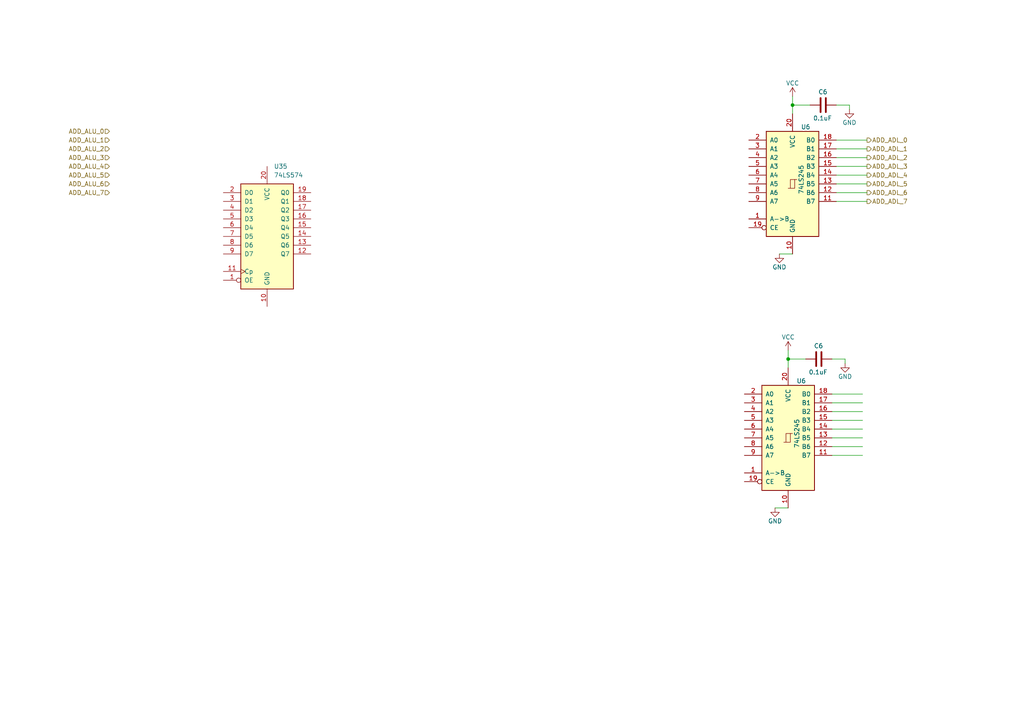
<source format=kicad_sch>
(kicad_sch (version 20230121) (generator eeschema)
  (paper "A4")
  (title_block (title "PRP-6502 -- Adde Hold Register (ADD)") (date "2023-07-02"))
  (lib_symbols
    (symbol "74xx:74LS245" (pin_names (offset 1.016))
      (property "Reference" "U" (at -7.62 16.51 0))
      (property "Value" "74LS245" (at -7.62 -16.51 0))
      (symbol "74LS245_1_0"
        (polyline (pts (xy -0.635 -1.27) (xy -0.635 1.27) (xy 0.635 1.27)))
        (polyline (pts (xy -1.27 -1.27) (xy 0.635 -1.27) (xy 0.635 1.27) (xy 1.27 1.27)))
        (pin input line (at -12.7 -10.16 0) (length 5.08) (name "A->B") (number "1"))
        (pin power_in line (at 0 -20.32 90) (length 5.08) (name "GND") (number "10"))
        (pin tri_state line (at 12.7 -5.08 180) (length 5.08) (name "B7") (number "11"))
        (pin tri_state line (at 12.7 -2.54 180) (length 5.08) (name "B6") (number "12"))
        (pin tri_state line (at 12.7 0 180) (length 5.08) (name "B5") (number "13"))
        (pin tri_state line (at 12.7 2.54 180) (length 5.08) (name "B4") (number "14"))
        (pin tri_state line (at 12.7 5.08 180) (length 5.08) (name "B3") (number "15"))
        (pin tri_state line (at 12.7 7.62 180) (length 5.08) (name "B2") (number "16"))
        (pin tri_state line (at 12.7 10.16 180) (length 5.08) (name "B1") (number "17"))
        (pin tri_state line (at 12.7 12.7 180) (length 5.08) (name "B0") (number "18"))
        (pin input inverted (at -12.7 -12.7 0) (length 5.08) (name "CE") (number "19"))
        (pin tri_state line (at -12.7 12.7 0) (length 5.08) (name "A0") (number "2"))
        (pin power_in line (at 0 20.32 270) (length 5.08) (name "VCC") (number "20"))
        (pin tri_state line (at -12.7 10.16 0) (length 5.08) (name "A1") (number "3"))
        (pin tri_state line (at -12.7 7.62 0) (length 5.08) (name "A2") (number "4"))
        (pin tri_state line (at -12.7 5.08 0) (length 5.08) (name "A3") (number "5"))
        (pin tri_state line (at -12.7 2.54 0) (length 5.08) (name "A4") (number "6"))
        (pin tri_state line (at -12.7 0 0) (length 5.08) (name "A5") (number "7"))
        (pin tri_state line (at -12.7 -2.54 0) (length 5.08) (name "A6") (number "8"))
        (pin tri_state line (at -12.7 -5.08 0) (length 5.08) (name "A7") (number "9"))
      )
      (symbol "74LS245_1_1"
        (rectangle (start -7.62 15.24) (end 7.62 -15.24) (stroke (width 0.254)) (fill (type background)))
      )
    )
    (symbol "74xx:74LS574" (pin_names (offset 1.016))
      (property "Reference" "U" (at -7.62 16.51 0))
      (property "Value" "74LS574" (at -7.62 -16.51 0))
      (symbol "74LS574_1_0"
        (pin input inverted (at -12.7 -12.7 0) (length 5.08) (name "OE") (number "1"))
        (pin power_in line (at 0 -20.32 90) (length 5.08) (name "GND") (number "10"))
        (pin input clock (at -12.7 -10.16 0) (length 5.08) (name "Cp") (number "11"))
        (pin tri_state line (at 12.7 -5.08 180) (length 5.08) (name "Q7") (number "12"))
        (pin tri_state line (at 12.7 -2.54 180) (length 5.08) (name "Q6") (number "13"))
        (pin tri_state line (at 12.7 0 180) (length 5.08) (name "Q5") (number "14"))
        (pin tri_state line (at 12.7 2.54 180) (length 5.08) (name "Q4") (number "15"))
        (pin tri_state line (at 12.7 5.08 180) (length 5.08) (name "Q3") (number "16"))
        (pin tri_state line (at 12.7 7.62 180) (length 5.08) (name "Q2") (number "17"))
        (pin tri_state line (at 12.7 10.16 180) (length 5.08) (name "Q1") (number "18"))
        (pin tri_state line (at 12.7 12.7 180) (length 5.08) (name "Q0") (number "19"))
        (pin input line (at -12.7 12.7 0) (length 5.08) (name "D0") (number "2"))
        (pin power_in line (at 0 20.32 270) (length 5.08) (name "VCC") (number "20"))
        (pin input line (at -12.7 10.16 0) (length 5.08) (name "D1") (number "3"))
        (pin input line (at -12.7 7.62 0) (length 5.08) (name "D2") (number "4"))
        (pin input line (at -12.7 5.08 0) (length 5.08) (name "D3") (number "5"))
        (pin input line (at -12.7 2.54 0) (length 5.08) (name "D4") (number "6"))
        (pin input line (at -12.7 0 0) (length 5.08) (name "D5") (number "7"))
        (pin input line (at -12.7 -2.54 0) (length 5.08) (name "D6") (number "8"))
        (pin input line (at -12.7 -5.08 0) (length 5.08) (name "D7") (number "9"))
      )
      (symbol "74LS574_1_1"
        (rectangle (start -7.62 15.24) (end 7.62 -15.24) (stroke (width 0.254)) (fill (type background)))
      )
    )
    (symbol "Device:C" (pin_numbers hide) (pin_names (offset 0.254))
      (property "Reference" "C" (at 0.635 2.54 0))
      (property "Value" "C" (at 0.635 -2.54 0))
      (symbol "C_0_1"
        (polyline (pts (xy -2.032 -0.762) (xy 2.032 -0.762)) (stroke (width 0.508)))
        (polyline (pts (xy -2.032 0.762) (xy 2.032 0.762)) (stroke (width 0.508)))
      )
      (symbol "C_1_1"
        (pin passive line (at 0 3.81 270) (length 2.794) (name "~") (number "1"))
        (pin passive line (at 0 -3.81 90) (length 2.794) (name "~") (number "2"))
      )
    )
    (symbol "power:GND" (power) (pin_names (offset 0))
      (property "Value" "GND" (at 0 -3.81 0))
      (symbol "GND_0_1"
        (polyline (pts (xy 0 0) (xy 0 -1.27) (xy 1.27 -1.27) (xy 0 -2.54) (xy -1.27 -1.27) (xy 0 -1.27)))
      )
      (symbol "GND_1_1"
        (pin power_in line (at 0 0 270) (length 0) hide (name "GND") (number "1"))
      )
    )
    (symbol "power:VCC" (power) (pin_names (offset 0))
      (property "Value" "VCC" (at 0 3.81 0))
      (symbol "VCC_0_1"
        (polyline (pts (xy -0.762 1.27) (xy 0 2.54)))
        (polyline (pts (xy 0 0) (xy 0 2.54)))
        (polyline (pts (xy 0 2.54) (xy 0.762 1.27)))
      )
      (symbol "VCC_1_1"
        (pin power_in line (at 0 0 90) (length 0) hide (name "VCC") (number "1"))
      )
    )
  )
  (junction (at 228.6 104.14))
  (junction (at 229.87 30.48))
  (wire (pts (xy 242.57 55.88) (xy 251.46 55.88)))
  (wire (pts (xy 229.87 27.94) (xy 229.87 30.48)))
  (wire (pts (xy 241.3 124.46) (xy 250.19 124.46)))
  (wire (pts (xy 228.6 104.14) (xy 228.6 106.68)))
  (wire (pts (xy 242.57 40.64) (xy 251.46 40.64)))
  (wire (pts (xy 241.3 129.54) (xy 250.19 129.54)))
  (wire (pts (xy 226.06 73.66) (xy 229.87 73.66)))
  (wire (pts (xy 242.57 45.72) (xy 251.46 45.72)))
  (wire (pts (xy 229.87 30.48) (xy 229.87 33.02)))
  (wire (pts (xy 241.3 119.38) (xy 250.19 119.38)))
  (wire (pts (xy 242.57 30.48) (xy 246.38 30.48)))
  (wire (pts (xy 228.6 101.6) (xy 228.6 104.14)))
  (wire (pts (xy 246.38 30.48) (xy 246.38 31.75)))
  (wire (pts (xy 241.3 116.84) (xy 250.19 116.84)))
  (wire (pts (xy 229.87 30.48) (xy 234.95 30.48)))
  (wire (pts (xy 241.3 121.92) (xy 250.19 121.92)))
  (wire (pts (xy 241.3 132.08) (xy 250.19 132.08)))
  (wire (pts (xy 245.11 104.14) (xy 245.11 105.41)))
  (wire (pts (xy 241.3 104.14) (xy 245.11 104.14)))
  (wire (pts (xy 241.3 127) (xy 250.19 127)))
  (wire (pts (xy 242.57 43.18) (xy 251.46 43.18)))
  (wire (pts (xy 224.79 147.32) (xy 228.6 147.32)))
  (wire (pts (xy 242.57 48.26) (xy 251.46 48.26)))
  (wire (pts (xy 241.3 114.3) (xy 250.19 114.3)))
  (wire (pts (xy 242.57 53.34) (xy 251.46 53.34)))
  (wire (pts (xy 242.57 58.42) (xy 251.46 58.42)))
  (wire (pts (xy 228.6 104.14) (xy 233.68 104.14)))
  (wire (pts (xy 242.57 50.8) (xy 251.46 50.8)))
  (hierarchical_label "ADD_ADL_6" (shape output) (at 251.46 55.88 0))
  (hierarchical_label "ADD_ALU_1" (shape input) (at 31.75 40.64 180))
  (hierarchical_label "ADD_ALU_7" (shape input) (at 31.75 55.88 180))
  (hierarchical_label "ADD_ALU_6" (shape input) (at 31.75 53.34 180))
  (hierarchical_label "ADD_ADL_2" (shape output) (at 251.46 45.72 0))
  (hierarchical_label "ADD_ALU_5" (shape input) (at 31.75 50.8 180))
  (hierarchical_label "ADD_ALU_3" (shape input) (at 31.75 45.72 180))
  (hierarchical_label "ADD_ADL_7" (shape output) (at 251.46 58.42 0))
  (hierarchical_label "ADD_ALU_4" (shape input) (at 31.75 48.26 180))
  (hierarchical_label "ADD_ALU_0" (shape input) (at 31.75 38.1 180))
  (hierarchical_label "ADD_ADL_1" (shape output) (at 251.46 43.18 0))
  (hierarchical_label "ADD_ADL_4" (shape output) (at 251.46 50.8 0))
  (hierarchical_label "ADD_ADL_5" (shape output) (at 251.46 53.34 0))
  (hierarchical_label "ADD_ALU_2" (shape input) (at 31.75 43.18 180))
  (hierarchical_label "ADD_ADL_0" (shape output) (at 251.46 40.64 0))
  (hierarchical_label "ADD_ADL_3" (shape output) (at 251.46 48.26 0))
  (symbol (lib_id "power:GND") (at 226.06 73.66 0) (unit 1)
    (property "Reference" "#PWR021" (effects hide))
    (property "Value" "GND" (at 226.06 77.47 0))
    (instances (project "8bit_CPU-V0_1" (path "" (reference "#PWR021") (unit 1)) (path "" (reference "#PWR042") (unit 1)) (path "" (reference "#PWR029") (unit 1)) (path "" (reference "#PWR075") (unit 1)) (path "" (reference "#PWR087") (unit 1)) (path "" (reference "#PWR095") (unit 1)) (path "" (reference "#PWR0100") (unit 1))))
  )
  (symbol (lib_id "power:VCC") (at 228.6 101.6 0) (unit 1)
    (property "Reference" "#PWR016" (effects hide))
    (property "Value" "VCC" (at 228.6 97.79 0))
    (instances (project "8bit_CPU-V0_1" (path "" (reference "#PWR016") (unit 1)) (path "" (reference "#PWR043") (unit 1)) (path "" (reference "#PWR064") (unit 1)) (path "" (reference "#PWR076") (unit 1)) (path "" (reference "#PWR088") (unit 1)) (path "" (reference "#PWR096") (unit 1)) (path "" (reference "#PWR0104") (unit 1))))
  )
  (symbol (lib_id "74xx:74LS245") (at 229.87 53.34 0) (unit 1)
    (property "Reference" "U6" (at 233.68 36.83 0))
    (property "Value" "74LS245" (at 232.41 52.07 90))
    (property "Datasheet" "http://www.ti.com/lit/gpn/sn74LS245" (effects hide))
    (instances (project "8bit_CPU-V0_1" (path "" (reference "U6") (unit 1)) (path "" (reference "U16") (unit 1)) (path "" (reference "U13") (unit 1)) (path "" (reference "U28") (unit 1)) (path "" (reference "U32") (unit 1)) (path "" (reference "U34") (unit 1)) (path "" (reference "U36") (unit 1))))
  )
  (symbol (lib_id "power:VCC") (at 229.87 27.94 0) (unit 1)
    (property "Reference" "#PWR016" (effects hide))
    (property "Value" "VCC" (at 229.87 24.13 0))
    (instances (project "8bit_CPU-V0_1" (path "" (reference "#PWR016") (unit 1)) (path "" (reference "#PWR043") (unit 1)) (path "" (reference "#PWR064") (unit 1)) (path "" (reference "#PWR076") (unit 1)) (path "" (reference "#PWR088") (unit 1)) (path "" (reference "#PWR096") (unit 1)) (path "" (reference "#PWR0101") (unit 1))))
  )
  (symbol (lib_id "power:GND") (at 245.11 105.41 0) (unit 1)
    (property "Reference" "#PWR017" (effects hide))
    (property "Value" "GND" (at 245.11 109.22 0))
    (instances (project "8bit_CPU-V0_1" (path "" (reference "#PWR017") (unit 1)) (path "" (reference "#PWR044") (unit 1)) (path "" (reference "#PWR065") (unit 1)) (path "" (reference "#PWR077") (unit 1)) (path "" (reference "#PWR089") (unit 1)) (path "" (reference "#PWR097") (unit 1)) (path "" (reference "#PWR0105") (unit 1))))
  )
  (symbol (lib_id "Device:C") (at 237.49 104.14 90) (unit 1)
    (property "Reference" "C6" (at 238.76 100.33 90) (effects (justify left)))
    (property "Value" "0.1uF" (at 240.03 107.95 90) (effects (justify left)))
    (instances (project "8bit_CPU-V0_1" (path "" (reference "C6") (unit 1)) (path "" (reference "C16") (unit 1)) (path "" (reference "C13") (unit 1)) (path "" (reference "C26") (unit 1)) (path "" (reference "C31") (unit 1)) (path "" (reference "C33") (unit 1)) (path "" (reference "C35") (unit 1))))
  )
  (symbol (lib_id "Device:C") (at 238.76 30.48 90) (unit 1)
    (property "Reference" "C6" (at 240.03 26.67 90) (effects (justify left)))
    (property "Value" "0.1uF" (at 241.3 34.29 90) (effects (justify left)))
    (instances (project "8bit_CPU-V0_1" (path "" (reference "C6") (unit 1)) (path "" (reference "C16") (unit 1)) (path "" (reference "C13") (unit 1)) (path "" (reference "C26") (unit 1)) (path "" (reference "C31") (unit 1)) (path "" (reference "C33") (unit 1)) (path "" (reference "C34") (unit 1))))
  )
  (symbol (lib_id "74xx:74LS574") (at 77.47 68.58 0) (unit 1)
    (property "Reference" "U35" (at 79.4259 48.26 0) (effects (justify left)))
    (property "Value" "74LS574" (at 79.4259 50.8 0) (effects (justify left)))
    (property "Datasheet" "http://www.ti.com/lit/gpn/sn74LS574" (effects hide))
  )
  (symbol (lib_id "power:GND") (at 246.38 31.75 0) (unit 1)
    (property "Reference" "#PWR017" (effects hide))
    (property "Value" "GND" (at 246.38 35.56 0))
    (instances (project "8bit_CPU-V0_1" (path "" (reference "#PWR017") (unit 1)) (path "" (reference "#PWR044") (unit 1)) (path "" (reference "#PWR065") (unit 1)) (path "" (reference "#PWR077") (unit 1)) (path "" (reference "#PWR089") (unit 1)) (path "" (reference "#PWR097") (unit 1)) (path "" (reference "#PWR0102") (unit 1))))
  )
  (symbol (lib_id "74xx:74LS245") (at 228.6 127 0) (unit 1)
    (property "Reference" "U6" (at 232.41 110.49 0))
    (property "Value" "74LS245" (at 231.14 125.73 90))
    (property "Datasheet" "http://www.ti.com/lit/gpn/sn74LS245" (effects hide))
    (instances (project "8bit_CPU-V0_1" (path "" (reference "U6") (unit 1)) (path "" (reference "U16") (unit 1)) (path "" (reference "U13") (unit 1)) (path "" (reference "U28") (unit 1)) (path "" (reference "U32") (unit 1)) (path "" (reference "U34") (unit 1)) (path "" (reference "U37") (unit 1))))
  )
  (symbol (lib_id "power:GND") (at 224.79 147.32 0) (unit 1)
    (property "Reference" "#PWR021" (effects hide))
    (property "Value" "GND" (at 224.79 151.13 0))
    (instances (project "8bit_CPU-V0_1" (path "" (reference "#PWR021") (unit 1)) (path "" (reference "#PWR042") (unit 1)) (path "" (reference "#PWR029") (unit 1)) (path "" (reference "#PWR075") (unit 1)) (path "" (reference "#PWR087") (unit 1)) (path "" (reference "#PWR095") (unit 1)) (path "" (reference "#PWR0103") (unit 1))))
  )
)
</source>
